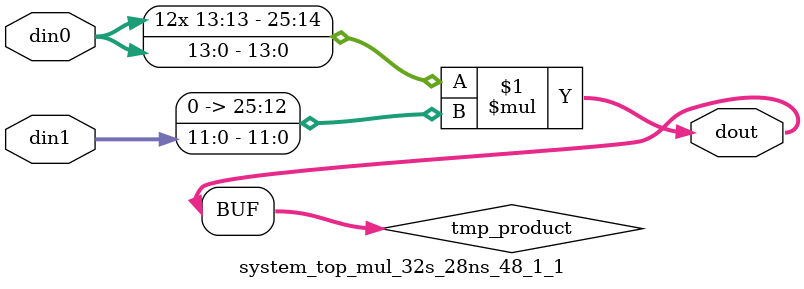
<source format=v>

`timescale 1 ns / 1 ps

 module system_top_mul_32s_28ns_48_1_1(din0, din1, dout);
parameter ID = 1;
parameter NUM_STAGE = 0;
parameter din0_WIDTH = 14;
parameter din1_WIDTH = 12;
parameter dout_WIDTH = 26;

input [din0_WIDTH - 1 : 0] din0; 
input [din1_WIDTH - 1 : 0] din1; 
output [dout_WIDTH - 1 : 0] dout;

wire signed [dout_WIDTH - 1 : 0] tmp_product;


























assign tmp_product = $signed(din0) * $signed({1'b0, din1});









assign dout = tmp_product;





















endmodule

</source>
